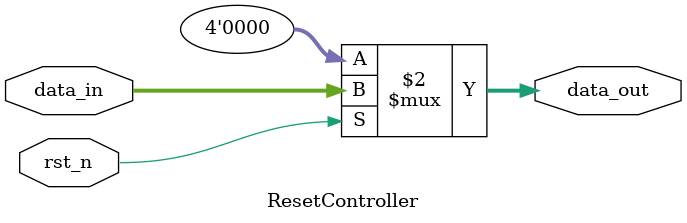
<source format=sv>
module AsyncResetNOT(
    input rst_n,
    input [3:0] d,
    output [3:0] q
);

    // Instantiate inverter module
    Inverter inverter_inst (
        .d(d),
        .q_inv(q_inv)
    );

    // Instantiate reset controller module
    ResetController reset_ctrl_inst (
        .rst_n(rst_n),
        .data_in(q_inv),
        .data_out(q)
    );

endmodule

// Inverter module - performs bitwise inversion
module Inverter(
    input [3:0] d,
    output [3:0] q_inv
);
    assign q_inv = ~d;
endmodule

// Reset controller module - handles reset functionality
module ResetController(
    input rst_n,
    input [3:0] data_in,
    output reg [3:0] data_out
);
    always @(*) begin
        data_out = rst_n ? data_in : 4'b0000;
    end
endmodule
</source>
